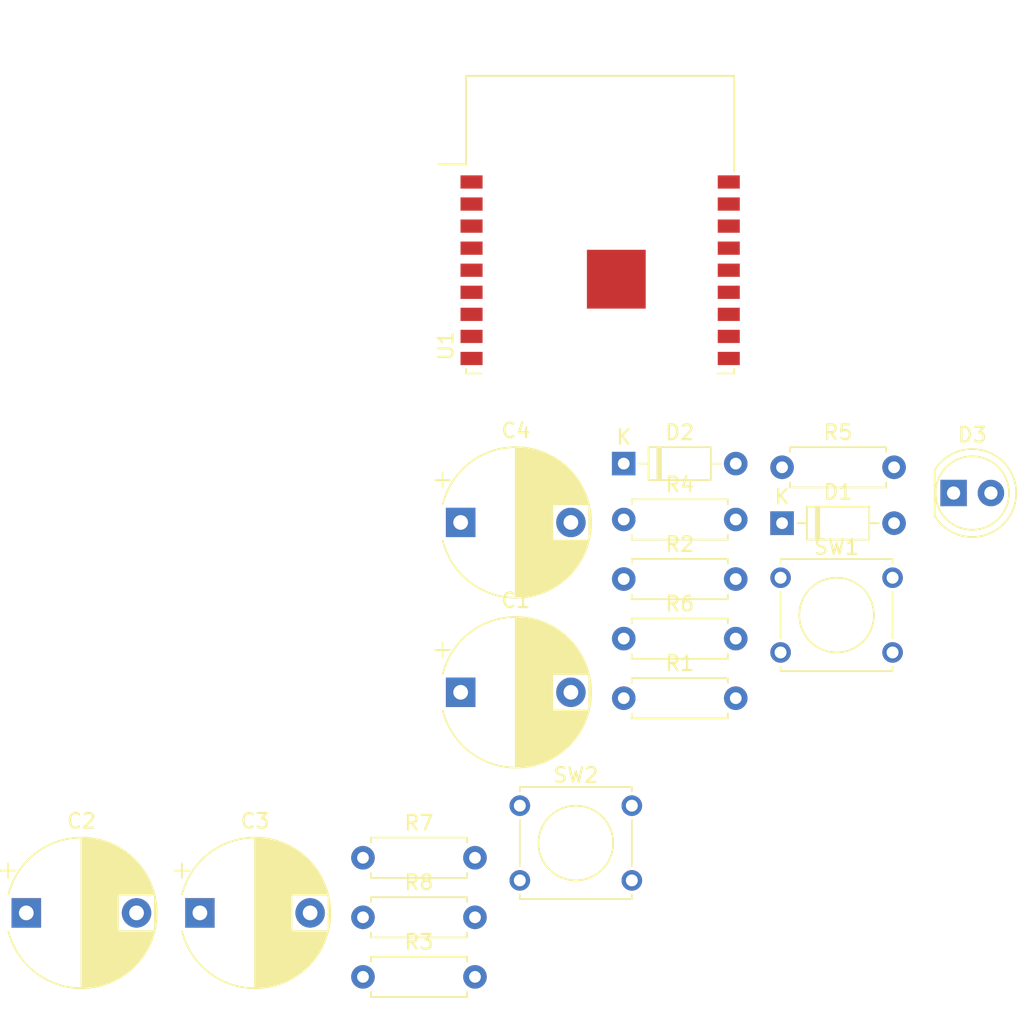
<source format=kicad_pcb>
(kicad_pcb (version 20211014) (generator pcbnew)
  (layers (0 "F.Cu" signal) (31 "B.Cu" signal) (34 "B.Paste" user) (35 "F.Paste" user) (36 "B.SilkS" user "B.Silkscreen") (37 "F.SilkS" user "F.Silkscreen") (38 "B.Mask" user) (39 "F.Mask" user) (44 "Edge.Cuts" user))
  (net 0 "")
  (net 1 "Net-(C1-Pad1)")
  (net 2 "GND")
  (net 3 "3.3V")
  (net 4 "5V")
  (net 5 "ADC1")
  (net 6 "ADCX")
  (net 7 "ADC0")
  (net 8 "LED")
  (net 9 "Net-(D3-Pad2)")
  (net 10 "CORRENTE_CONTROL")
  (net 11 "Net-(R4-Pad1)")
  (net 12 "RST")
  (net 13 "Net-(R6-Pad1)")
  (net 14 "FSH")
  (net 16 "TENSAO_CONTROL")
  (net 18 "TX")
  (net 19 "RX")
  (footprint "Capacitor_THT:CP_Radial_D10.0mm_P7.50mm" (layer "F.Cu") (at 122.96 100.28)
    (fp_text reference "C2" (at 3.75 -6.25) (layer "F.SilkS"))
    (fp_text value "100n")
    (pad "1" thru_hole rect (at 0 0) (size 2 2) (drill 1) (layers *.Cu *.Mask) (net 3 "3.3V"))
    (pad "2" thru_hole circle (at 7.5 0) (size 2 2) (drill 1) (layers *.Cu *.Mask) (net 2 "GND"))
  )
  (footprint "Resistor_THT:R_Axial_DIN0207_L6.3mm_D2.5mm_P7.62mm_Horizontal" (layer "F.Cu") (at 145.865354 96.53)
    (fp_text reference "R7" (at 3.81 -2.37) (layer "F.SilkS"))
    (fp_text value "10k")
    (pad "1" thru_hole circle (at 0 0) (size 1.6 1.6) (drill 0.8) (layers *.Cu *.Mask) (net 14 "FSH"))
    (pad "2" thru_hole oval (at 7.62 0) (size 1.6 1.6) (drill 0.8) (layers *.Cu *.Mask) (net 3 "3.3V"))
  )
  (footprint "Resistor_THT:R_Axial_DIN0207_L6.3mm_D2.5mm_P7.62mm_Horizontal" (layer "F.Cu") (at 163.605354 81.63)
    (fp_text reference "R6" (at 3.81 -2.37) (layer "F.SilkS"))
    (fp_text value "10k")
    (pad "1" thru_hole circle (at 0 0) (size 1.6 1.6) (drill 0.8) (layers *.Cu *.Mask) (net 13 "Net-(R6-Pad1)"))
    (pad "2" thru_hole oval (at 7.62 0) (size 1.6 1.6) (drill 0.8) (layers *.Cu *.Mask) (net 3 "3.3V"))
  )
  (footprint "Resistor_THT:R_Axial_DIN0207_L6.3mm_D2.5mm_P7.62mm_Horizontal" (layer "F.Cu") (at 163.605354 77.58)
    (fp_text reference "R2" (at 3.81 -2.37) (layer "F.SilkS"))
    (fp_text value "475k")
    (pad "1" thru_hole circle (at 0 0) (size 1.6 1.6) (drill 0.8) (layers *.Cu *.Mask) (net 10 "CORRENTE_CONTROL"))
    (pad "2" thru_hole oval (at 7.62 0) (size 1.6 1.6) (drill 0.8) (layers *.Cu *.Mask) (net 1 "Net-(C1-Pad1)"))
  )
  (footprint "RF_Module:ESP-WROOM-02" (layer "F.Cu") (at 162 56.58)
    (fp_text reference "U1" (at -10.5 5.13 90) (layer "F.SilkS"))
    (fp_text value "ESP-WROOM-02")
    (pad "1" smd rect (at -8.75 -6) (size 1.5 0.9) (layers "F.Cu" "F.Paste" "F.Mask") (net 3 "3.3V"))
    (pad "2" smd rect (at -8.75 -4.5) (size 1.5 0.9) (layers "F.Cu" "F.Paste" "F.Mask") (net 11 "Net-(R4-Pad1)"))
    (pad "3" smd rect (at -8.75 -3) (size 1.5 0.9) (layers "F.Cu" "F.Paste" "F.Mask") (net 10 "CORRENTE_CONTROL"))
    (pad "4" smd rect (at -8.75 -1.5) (size 1.5 0.9) (layers "F.Cu" "F.Paste" "F.Mask"))
    (pad "5" smd rect (at -8.75 0) (size 1.5 0.9) (layers "F.Cu" "F.Paste" "F.Mask") (net 16 "TENSAO_CONTROL"))
    (pad "6" smd rect (at -8.75 1.5) (size 1.5 0.9) (layers "F.Cu" "F.Paste" "F.Mask") (net 8 "LED"))
    (pad "7" smd rect (at -8.75 3) (size 1.5 0.9) (layers "F.Cu" "F.Paste" "F.Mask"))
    (pad "8" smd rect (at -8.75 4.5) (size 1.5 0.9) (layers "F.Cu" "F.Paste" "F.Mask") (net 14 "FSH"))
    (pad "9" smd rect (at -8.75 6) (size 1.5 0.9) (layers "F.Cu" "F.Paste" "F.Mask") (net 2 "GND"))
    (pad "10" smd rect (at 8.75 6) (size 1.5 0.9) (layers "F.Cu" "F.Paste" "F.Mask") (net 13 "Net-(R6-Pad1)"))
    (pad "11" smd rect (at 8.75 4.5) (size 1.5 0.9) (layers "F.Cu" "F.Paste" "F.Mask") (net 18 "TX"))
    (pad "12" smd rect (at 8.75 3) (size 1.5 0.9) (layers "F.Cu" "F.Paste" "F.Mask") (net 19 "RX"))
    (pad "13" smd rect (at 8.75 1.5) (size 1.5 0.9) (layers "F.Cu" "F.Paste" "F.Mask") (net 2 "GND"))
    (pad "14" smd rect (at 8.75 0) (size 1.5 0.9) (layers "F.Cu" "F.Paste" "F.Mask"))
    (pad "15" smd rect (at 8.75 -1.5) (size 1.5 0.9) (layers "F.Cu" "F.Paste" "F.Mask") (net 12 "RST"))
    (pad "16" smd rect (at 8.75 -3) (size 1.5 0.9) (layers "F.Cu" "F.Paste" "F.Mask") (net 6 "ADCX"))
    (pad "17" smd rect (at 8.75 -4.5) (size 1.5 0.9) (layers "F.Cu" "F.Paste" "F.Mask") (net 12 "RST"))
    (pad "18" smd rect (at 8.75 -6) (size 1.5 0.9) (layers "F.Cu" "F.Paste" "F.Mask") (net 2 "GND"))
    (pad "19" smd rect (at 1.1 0.61) (size 4 4) (layers "F.Cu" "F.Paste" "F.Mask") (net 2 "GND"))
  )
  (footprint "Diode_THT:D_DO-35_SOD27_P7.62mm_Horizontal" (layer "F.Cu") (at 163.605354 69.73)
    (fp_text reference "D2" (at 3.81 -2.12) (layer "F.SilkS"))
    (fp_text value "DIODE")
    (fp_text user "K" (at 0 -1.8) (layer "F.SilkS"))
    (pad "1" thru_hole rect (at 0 0) (size 1.6 1.6) (drill 0.8) (layers *.Cu *.Mask) (net 7 "ADC0"))
    (pad "2" thru_hole oval (at 7.62 0) (size 1.6 1.6) (drill 0.8) (layers *.Cu *.Mask) (net 6 "ADCX"))
  )
  (footprint "Resistor_THT:R_Axial_DIN0207_L6.3mm_D2.5mm_P7.62mm_Horizontal" (layer "F.Cu") (at 174.375354 69.98)
    (fp_text reference "R5" (at 3.81 -2.37) (layer "F.SilkS"))
    (fp_text value "10k")
    (pad "1" thru_hole circle (at 0 0) (size 1.6 1.6) (drill 0.8) (layers *.Cu *.Mask) (net 12 "RST"))
    (pad "2" thru_hole oval (at 7.62 0) (size 1.6 1.6) (drill 0.8) (layers *.Cu *.Mask) (net 3 "3.3V"))
  )
  (footprint "Capacitor_THT:CP_Radial_D10.0mm_P7.50mm" (layer "F.Cu") (at 152.51 85.28)
    (fp_text reference "C1" (at 3.75 -6.25) (layer "F.SilkS"))
    (fp_text value "10u")
    (pad "1" thru_hole rect (at 0 0) (size 2 2) (drill 1) (layers *.Cu *.Mask) (net 1 "Net-(C1-Pad1)"))
    (pad "2" thru_hole circle (at 7.5 0) (size 2 2) (drill 1) (layers *.Cu *.Mask) (net 2 "GND"))
  )
  (footprint "Capacitor_THT:CP_Radial_D10.0mm_P7.50mm" (layer "F.Cu") (at 134.77 100.28)
    (fp_text reference "C3" (at 3.75 -6.25) (layer "F.SilkS"))
    (fp_text value "10uF")
    (pad "1" thru_hole rect (at 0 0) (size 2 2) (drill 1) (layers *.Cu *.Mask) (net 4 "5V"))
    (pad "2" thru_hole circle (at 7.5 0) (size 2 2) (drill 1) (layers *.Cu *.Mask) (net 2 "GND"))
  )
  (footprint "LED_THT:LED_D5.0mm_IRBlack" (layer "F.Cu") (at 186.045354 71.73)
    (fp_text reference "D3" (at 1.27 -3.96) (layer "F.SilkS"))
    (fp_text value "LED")
    (pad "1" thru_hole rect (at 0 0) (size 1.8 1.8) (drill 0.9) (layers *.Cu *.Mask) (net 8 "LED"))
    (pad "2" thru_hole circle (at 2.54 0) (size 1.8 1.8) (drill 0.9) (layers *.Cu *.Mask) (net 9 "Net-(D3-Pad2)"))
  )
  (footprint "Resistor_THT:R_Axial_DIN0207_L6.3mm_D2.5mm_P7.62mm_Horizontal" (layer "F.Cu") (at 163.605354 73.53)
    (fp_text reference "R4" (at 3.81 -2.37) (layer "F.SilkS"))
    (fp_text value "10k")
    (pad "1" thru_hole circle (at 0 0) (size 1.6 1.6) (drill 0.8) (layers *.Cu *.Mask) (net 11 "Net-(R4-Pad1)"))
    (pad "2" thru_hole oval (at 7.62 0) (size 1.6 1.6) (drill 0.8) (layers *.Cu *.Mask) (net 3 "3.3V"))
  )
  (footprint "Button_Switch_THT:SW_Tactile_Straight_KSL0Axx1LFTR" (layer "F.Cu") (at 174.275354 77.49)
    (fp_text reference "SW1" (at 3.81 -2.08) (layer "F.SilkS"))
    (fp_text value "SW_Push")
    (pad "1" thru_hole circle (at 0 0) (size 1.397 1.397) (drill 0.8128) (layers *.Cu *.Mask) (net 12 "RST"))
    (pad "1" thru_hole circle (at 7.62 0) (size 1.397 1.397) (drill 0.8128) (layers *.Cu *.Mask) (net 12 "RST"))
    (pad "2" thru_hole circle (at 0 5.08) (size 1.397 1.397) (drill 0.8128) (layers *.Cu *.Mask) (net 2 "GND"))
    (pad "2" thru_hole circle (at 7.62 5.08) (size 1.397 1.397) (drill 0.8128) (layers *.Cu *.Mask) (net 2 "GND"))
  )
  (footprint "Button_Switch_THT:SW_Tactile_Straight_KSL0Axx1LFTR" (layer "F.Cu") (at 156.535354 92.99)
    (fp_text reference "SW2" (at 3.81 -2.08) (layer "F.SilkS"))
    (fp_text value "SW_Push")
    (pad "1" thru_hole circle (at 0 0) (size 1.397 1.397) (drill 0.8128) (layers *.Cu *.Mask) (net 14 "FSH"))
    (pad "1" thru_hole circle (at 7.62 0) (size 1.397 1.397) (drill 0.8128) (layers *.Cu *.Mask) (net 14 "FSH"))
    (pad "2" thru_hole circle (at 0 5.08) (size 1.397 1.397) (drill 0.8128) (layers *.Cu *.Mask) (net 2 "GND"))
    (pad "2" thru_hole circle (at 7.62 5.08) (size 1.397 1.397) (drill 0.8128) (layers *.Cu *.Mask) (net 2 "GND"))
  )
  (footprint "Diode_THT:D_DO-35_SOD27_P7.62mm_Horizontal" (layer "F.Cu") (at 174.375354 73.78)
    (fp_text reference "D1" (at 3.81 -2.12) (layer "F.SilkS"))
    (fp_text value "DIODE")
    (fp_text user "K" (at 0 -1.8) (layer "F.SilkS"))
    (pad "1" thru_hole rect (at 0 0) (size 1.6 1.6) (drill 0.8) (layers *.Cu *.Mask) (net 5 "ADC1"))
    (pad "2" thru_hole oval (at 7.62 0) (size 1.6 1.6) (drill 0.8) (layers *.Cu *.Mask) (net 6 "ADCX"))
  )
  (footprint "Resistor_THT:R_Axial_DIN0207_L6.3mm_D2.5mm_P7.62mm_Horizontal" (layer "F.Cu") (at 145.865354 104.63)
    (fp_text reference "R3" (at 3.81 -2.37) (layer "F.SilkS"))
    (fp_text value "475k")
    (pad "1" thru_hole circle (at 0 0) (size 1.6 1.6) (drill 0.8) (layers *.Cu *.Mask) (net 1 "Net-(C1-Pad1)"))
    (pad "2" thru_hole oval (at 7.62 0) (size 1.6 1.6) (drill 0.8) (layers *.Cu *.Mask) (net 2 "GND"))
  )
  (footprint "Resistor_THT:R_Axial_DIN0207_L6.3mm_D2.5mm_P7.62mm_Horizontal" (layer "F.Cu") (at 145.865354 100.58)
    (fp_text reference "R8" (at 3.81 -2.37) (layer "F.SilkS"))
    (fp_text value "475k")
    (pad "1" thru_hole circle (at 0 0) (size 1.6 1.6) (drill 0.8) (layers *.Cu *.Mask) (net 3 "3.3V"))
    (pad "2" thru_hole oval (at 7.62 0) (size 1.6 1.6) (drill 0.8) (layers *.Cu *.Mask) (net 9 "Net-(D3-Pad2)"))
  )
  (footprint "Capacitor_THT:CP_Radial_D10.0mm_P7.50mm" (layer "F.Cu") (at 152.51 73.73)
    (fp_text reference "C4" (at 3.75 -6.25) (layer "F.SilkS"))
    (fp_text value "10uF")
    (pad "1" thru_hole rect (at 0 0) (size 2 2) (drill 1) (layers *.Cu *.Mask) (net 3 "3.3V"))
    (pad "2" thru_hole circle (at 7.5 0) (size 2 2) (drill 1) (layers *.Cu *.Mask) (net 2 "GND"))
  )
  (footprint "Resistor_THT:R_Axial_DIN0207_L6.3mm_D2.5mm_P7.62mm_Horizontal" (layer "F.Cu") (at 163.605354 85.68)
    (fp_text reference "R1" (at 3.81 -2.37) (layer "F.SilkS"))
    (fp_text value "22")
    (pad "1" thru_hole circle (at 0 0) (size 1.6 1.6) (drill 0.8) (layers *.Cu *.Mask) (net 7 "ADC0"))
    (pad "2" thru_hole oval (at 7.62 0) (size 1.6 1.6) (drill 0.8) (layers *.Cu *.Mask) (net 1 "Net-(C1-Pad1)"))
  )
)
</source>
